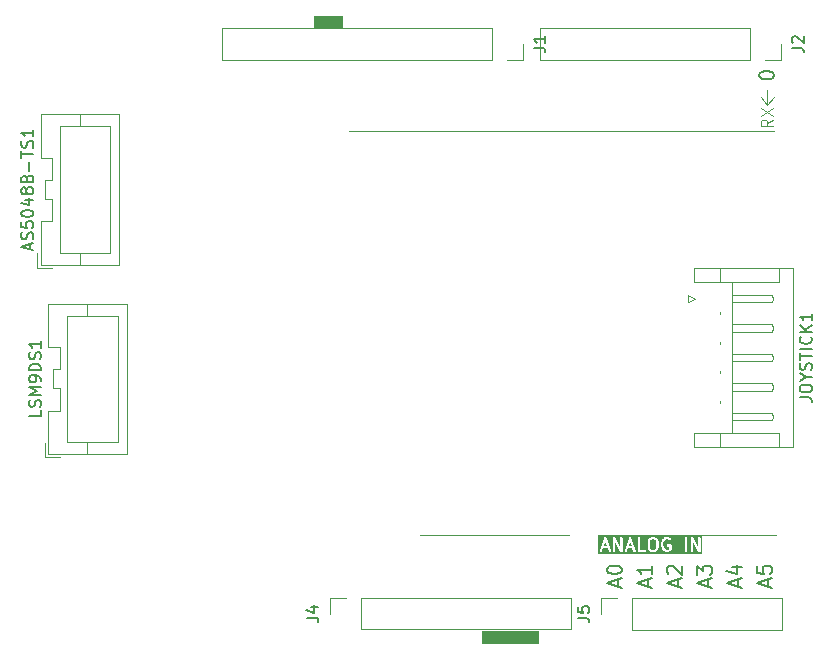
<source format=gbr>
%TF.GenerationSoftware,KiCad,Pcbnew,8.0.7*%
%TF.CreationDate,2025-05-16T10:15:14+02:00*%
%TF.ProjectId,PROJETPCB,50524f4a-4554-4504-9342-2e6b69636164,rev?*%
%TF.SameCoordinates,Original*%
%TF.FileFunction,Legend,Top*%
%TF.FilePolarity,Positive*%
%FSLAX46Y46*%
G04 Gerber Fmt 4.6, Leading zero omitted, Abs format (unit mm)*
G04 Created by KiCad (PCBNEW 8.0.7) date 2025-05-16 10:15:14*
%MOMM*%
%LPD*%
G01*
G04 APERTURE LIST*
%ADD10C,0.100000*%
%ADD11C,0.200000*%
%ADD12C,0.150000*%
%ADD13C,0.120000*%
G04 APERTURE END LIST*
D10*
X227971399Y-87232467D02*
X242971399Y-87232467D01*
X242202399Y-49538867D02*
X242202399Y-50758067D01*
X218050999Y-95326123D02*
X222826199Y-95326123D01*
X222826199Y-96326123D01*
X218050999Y-96326123D01*
X218050999Y-95326123D01*
G36*
X218050999Y-95326123D02*
G01*
X222826199Y-95326123D01*
X222826199Y-96326123D01*
X218050999Y-96326123D01*
X218050999Y-95326123D01*
G37*
X242202399Y-50758067D02*
X242758410Y-50095439D01*
X206782399Y-52984467D02*
X242782399Y-52984467D01*
X242202399Y-50758067D02*
X241646388Y-50095439D01*
X203873799Y-43290467D02*
X206173799Y-43290467D01*
X206173799Y-44290467D01*
X203873799Y-44290467D01*
X203873799Y-43290467D01*
G36*
X203873799Y-43290467D02*
G01*
X206173799Y-43290467D01*
X206173799Y-44290467D01*
X203873799Y-44290467D01*
X203873799Y-43290467D01*
G37*
X212838399Y-87232467D02*
X225438399Y-87232467D01*
D11*
G36*
X232694025Y-87594013D02*
G01*
X232767728Y-87667716D01*
X232810405Y-87838423D01*
X232810405Y-88180471D01*
X232767728Y-88351178D01*
X232694025Y-88424881D01*
X232624893Y-88459447D01*
X232462583Y-88459447D01*
X232393450Y-88424881D01*
X232319748Y-88351179D01*
X232277071Y-88180471D01*
X232277071Y-87838424D01*
X232319748Y-87667716D01*
X232393451Y-87594013D01*
X232462583Y-87559447D01*
X232624893Y-87559447D01*
X232694025Y-87594013D01*
G37*
G36*
X228633568Y-88145162D02*
G01*
X228387242Y-88145162D01*
X228510405Y-87775673D01*
X228633568Y-88145162D01*
G37*
G36*
X230728806Y-88145162D02*
G01*
X230482480Y-88145162D01*
X230605643Y-87775673D01*
X230728806Y-88145162D01*
G37*
G36*
X236694532Y-88781669D02*
G01*
X227922301Y-88781669D01*
X227922301Y-88546940D01*
X228044523Y-88546940D01*
X228047289Y-88585860D01*
X228064739Y-88620758D01*
X228094215Y-88646324D01*
X228131231Y-88658662D01*
X228170151Y-88655896D01*
X228205049Y-88638446D01*
X228230615Y-88608970D01*
X228238606Y-88591070D01*
X228320575Y-88345162D01*
X228700235Y-88345162D01*
X228782204Y-88591070D01*
X228790195Y-88608970D01*
X228815761Y-88638446D01*
X228850659Y-88655896D01*
X228889579Y-88658662D01*
X228926595Y-88646324D01*
X228956071Y-88620759D01*
X228973521Y-88585860D01*
X228976287Y-88546940D01*
X228971940Y-88527824D01*
X228615814Y-87459447D01*
X229143738Y-87459447D01*
X229143738Y-88559447D01*
X229145659Y-88578956D01*
X229160591Y-88615004D01*
X229188181Y-88642594D01*
X229224229Y-88657526D01*
X229263247Y-88657526D01*
X229299295Y-88642594D01*
X229326885Y-88615004D01*
X229341817Y-88578956D01*
X229343738Y-88559447D01*
X229343738Y-87836002D01*
X229785486Y-88609061D01*
X229788404Y-88613172D01*
X229789163Y-88615004D01*
X229791028Y-88616869D01*
X229796833Y-88625047D01*
X229807352Y-88633193D01*
X229816753Y-88642594D01*
X229822640Y-88645032D01*
X229827682Y-88648937D01*
X229840514Y-88652436D01*
X229852801Y-88657526D01*
X229859177Y-88657526D01*
X229865326Y-88659203D01*
X229878519Y-88657526D01*
X229891819Y-88657526D01*
X229897706Y-88655087D01*
X229904033Y-88654283D01*
X229915587Y-88647680D01*
X229927867Y-88642594D01*
X229932370Y-88638090D01*
X229937910Y-88634925D01*
X229946058Y-88624402D01*
X229955457Y-88615004D01*
X229957895Y-88609116D01*
X229961800Y-88604075D01*
X229965299Y-88591242D01*
X229970389Y-88578956D01*
X229971371Y-88568978D01*
X229972066Y-88566432D01*
X229971815Y-88564464D01*
X229972310Y-88559447D01*
X229972310Y-88546940D01*
X230139761Y-88546940D01*
X230142527Y-88585860D01*
X230159977Y-88620758D01*
X230189453Y-88646324D01*
X230226469Y-88658662D01*
X230265389Y-88655896D01*
X230300287Y-88638446D01*
X230325853Y-88608970D01*
X230333844Y-88591070D01*
X230415813Y-88345162D01*
X230795473Y-88345162D01*
X230877442Y-88591070D01*
X230885433Y-88608970D01*
X230910999Y-88638446D01*
X230945897Y-88655896D01*
X230984817Y-88658662D01*
X231021833Y-88646324D01*
X231051309Y-88620759D01*
X231068759Y-88585860D01*
X231071525Y-88546940D01*
X231067178Y-88527824D01*
X230711052Y-87459447D01*
X231238976Y-87459447D01*
X231238976Y-88559447D01*
X231240897Y-88578956D01*
X231255829Y-88615004D01*
X231283419Y-88642594D01*
X231319467Y-88657526D01*
X231338976Y-88659447D01*
X231862786Y-88659447D01*
X231882295Y-88657526D01*
X231918343Y-88642594D01*
X231945933Y-88615004D01*
X231960865Y-88578956D01*
X231960865Y-88539938D01*
X231945933Y-88503890D01*
X231918343Y-88476300D01*
X231882295Y-88461368D01*
X231862786Y-88459447D01*
X231438976Y-88459447D01*
X231438976Y-87826114D01*
X232077071Y-87826114D01*
X232077071Y-88192781D01*
X232077406Y-88196183D01*
X232077189Y-88197642D01*
X232078268Y-88204939D01*
X232078992Y-88212290D01*
X232079556Y-88213653D01*
X232080057Y-88217035D01*
X232132438Y-88426558D01*
X232139033Y-88445019D01*
X232143459Y-88450993D01*
X232146305Y-88457862D01*
X232158741Y-88473016D01*
X232263503Y-88577778D01*
X232271172Y-88584072D01*
X232272903Y-88586067D01*
X232275910Y-88587960D01*
X232278657Y-88590214D01*
X232281096Y-88591224D01*
X232289493Y-88596510D01*
X232394255Y-88648890D01*
X232412564Y-88655896D01*
X232416146Y-88656150D01*
X232419467Y-88657526D01*
X232438976Y-88659447D01*
X232648500Y-88659447D01*
X232668009Y-88657526D01*
X232671329Y-88656150D01*
X232674912Y-88655896D01*
X232693221Y-88648890D01*
X232797983Y-88596510D01*
X232806379Y-88591224D01*
X232808819Y-88590214D01*
X232811565Y-88587960D01*
X232814573Y-88586067D01*
X232816303Y-88584072D01*
X232823973Y-88577778D01*
X232928735Y-88473016D01*
X232941171Y-88457862D01*
X232944016Y-88450993D01*
X232948443Y-88445019D01*
X232955038Y-88426559D01*
X233007419Y-88217035D01*
X233007919Y-88213653D01*
X233008484Y-88212290D01*
X233009207Y-88204941D01*
X233010287Y-88197643D01*
X233010069Y-88196184D01*
X233010405Y-88192781D01*
X233010405Y-87930876D01*
X233229452Y-87930876D01*
X233229452Y-88088019D01*
X233229787Y-88091421D01*
X233229570Y-88092880D01*
X233230649Y-88100177D01*
X233231373Y-88107528D01*
X233231937Y-88108891D01*
X233232438Y-88112273D01*
X233284819Y-88321796D01*
X233285332Y-88323233D01*
X233285384Y-88323956D01*
X233288492Y-88332080D01*
X233291414Y-88340257D01*
X233291844Y-88340837D01*
X233292390Y-88342264D01*
X233344771Y-88447026D01*
X233350056Y-88455422D01*
X233351067Y-88457862D01*
X233353320Y-88460608D01*
X233355214Y-88463616D01*
X233357208Y-88465345D01*
X233363503Y-88473016D01*
X233468265Y-88577778D01*
X233483419Y-88590214D01*
X233486737Y-88591588D01*
X233489453Y-88593944D01*
X233507354Y-88601936D01*
X233664497Y-88654316D01*
X233674169Y-88656515D01*
X233676610Y-88657526D01*
X233680147Y-88657874D01*
X233683612Y-88658662D01*
X233686245Y-88658474D01*
X233696119Y-88659447D01*
X233800881Y-88659447D01*
X233810754Y-88658474D01*
X233813388Y-88658662D01*
X233816852Y-88657874D01*
X233820390Y-88657526D01*
X233822830Y-88656515D01*
X233832503Y-88654316D01*
X233989646Y-88601935D01*
X234007547Y-88593944D01*
X234010262Y-88591588D01*
X234013581Y-88590214D01*
X234028735Y-88577778D01*
X234081116Y-88525397D01*
X234093552Y-88510243D01*
X234108484Y-88474195D01*
X234110405Y-88454686D01*
X234110405Y-88088019D01*
X234108484Y-88068510D01*
X234093552Y-88032462D01*
X234065962Y-88004872D01*
X234029914Y-87989940D01*
X234010405Y-87988019D01*
X233800881Y-87988019D01*
X233781372Y-87989940D01*
X233745324Y-88004872D01*
X233717734Y-88032462D01*
X233702802Y-88068510D01*
X233702802Y-88107528D01*
X233717734Y-88143576D01*
X233745324Y-88171166D01*
X233781372Y-88186098D01*
X233800881Y-88188019D01*
X233910405Y-88188019D01*
X233910405Y-88413264D01*
X233904005Y-88419663D01*
X233784652Y-88459447D01*
X233712345Y-88459447D01*
X233592994Y-88419663D01*
X233516399Y-88343068D01*
X233476184Y-88262638D01*
X233429452Y-88075709D01*
X233429452Y-87943186D01*
X233476184Y-87756256D01*
X233516399Y-87675826D01*
X233592995Y-87599230D01*
X233712346Y-87559447D01*
X233829655Y-87559447D01*
X233913302Y-87601271D01*
X233931611Y-87608277D01*
X233970531Y-87611043D01*
X234007547Y-87598704D01*
X234037023Y-87573139D01*
X234054473Y-87538241D01*
X234057238Y-87499321D01*
X234044900Y-87462305D01*
X234042421Y-87459447D01*
X235219928Y-87459447D01*
X235219928Y-88559447D01*
X235221849Y-88578956D01*
X235236781Y-88615004D01*
X235264371Y-88642594D01*
X235300419Y-88657526D01*
X235339437Y-88657526D01*
X235375485Y-88642594D01*
X235403075Y-88615004D01*
X235418007Y-88578956D01*
X235419928Y-88559447D01*
X235419928Y-87459447D01*
X235743738Y-87459447D01*
X235743738Y-88559447D01*
X235745659Y-88578956D01*
X235760591Y-88615004D01*
X235788181Y-88642594D01*
X235824229Y-88657526D01*
X235863247Y-88657526D01*
X235899295Y-88642594D01*
X235926885Y-88615004D01*
X235941817Y-88578956D01*
X235943738Y-88559447D01*
X235943738Y-87836002D01*
X236385486Y-88609061D01*
X236388404Y-88613172D01*
X236389163Y-88615004D01*
X236391028Y-88616869D01*
X236396833Y-88625047D01*
X236407352Y-88633193D01*
X236416753Y-88642594D01*
X236422640Y-88645032D01*
X236427682Y-88648937D01*
X236440514Y-88652436D01*
X236452801Y-88657526D01*
X236459177Y-88657526D01*
X236465326Y-88659203D01*
X236478519Y-88657526D01*
X236491819Y-88657526D01*
X236497706Y-88655087D01*
X236504033Y-88654283D01*
X236515587Y-88647680D01*
X236527867Y-88642594D01*
X236532370Y-88638090D01*
X236537910Y-88634925D01*
X236546058Y-88624402D01*
X236555457Y-88615004D01*
X236557895Y-88609116D01*
X236561800Y-88604075D01*
X236565299Y-88591242D01*
X236570389Y-88578956D01*
X236571371Y-88568978D01*
X236572066Y-88566432D01*
X236571815Y-88564464D01*
X236572310Y-88559447D01*
X236572310Y-87459447D01*
X236570389Y-87439938D01*
X236555457Y-87403890D01*
X236527867Y-87376300D01*
X236491819Y-87361368D01*
X236452801Y-87361368D01*
X236416753Y-87376300D01*
X236389163Y-87403890D01*
X236374231Y-87439938D01*
X236372310Y-87459447D01*
X236372310Y-88182890D01*
X235930562Y-87409833D01*
X235927643Y-87405722D01*
X235926885Y-87403890D01*
X235925018Y-87402023D01*
X235919215Y-87393848D01*
X235908700Y-87385705D01*
X235899295Y-87376300D01*
X235893404Y-87373860D01*
X235888366Y-87369958D01*
X235875538Y-87366459D01*
X235863247Y-87361368D01*
X235856871Y-87361368D01*
X235850722Y-87359691D01*
X235837529Y-87361368D01*
X235824229Y-87361368D01*
X235818340Y-87363807D01*
X235812016Y-87364611D01*
X235800466Y-87371211D01*
X235788181Y-87376300D01*
X235783673Y-87380807D01*
X235778139Y-87383970D01*
X235769996Y-87394484D01*
X235760591Y-87403890D01*
X235758151Y-87409780D01*
X235754249Y-87414819D01*
X235750750Y-87427646D01*
X235745659Y-87439938D01*
X235744676Y-87449917D01*
X235743982Y-87452463D01*
X235744232Y-87454429D01*
X235743738Y-87459447D01*
X235419928Y-87459447D01*
X235418007Y-87439938D01*
X235403075Y-87403890D01*
X235375485Y-87376300D01*
X235339437Y-87361368D01*
X235300419Y-87361368D01*
X235264371Y-87376300D01*
X235236781Y-87403890D01*
X235221849Y-87439938D01*
X235219928Y-87459447D01*
X234042421Y-87459447D01*
X234019335Y-87432828D01*
X234002745Y-87422385D01*
X233897983Y-87370004D01*
X233879675Y-87362998D01*
X233876091Y-87362743D01*
X233872771Y-87361368D01*
X233853262Y-87359447D01*
X233696119Y-87359447D01*
X233686245Y-87360419D01*
X233683611Y-87360232D01*
X233680147Y-87361019D01*
X233676610Y-87361368D01*
X233674168Y-87362379D01*
X233664496Y-87364579D01*
X233507353Y-87416960D01*
X233489453Y-87424951D01*
X233486737Y-87427306D01*
X233483419Y-87428681D01*
X233468265Y-87441117D01*
X233363503Y-87545879D01*
X233357208Y-87553549D01*
X233355214Y-87555279D01*
X233353320Y-87558286D01*
X233351067Y-87561033D01*
X233350056Y-87563472D01*
X233344771Y-87571869D01*
X233292390Y-87676631D01*
X233291844Y-87678057D01*
X233291414Y-87678638D01*
X233288492Y-87686814D01*
X233285384Y-87694939D01*
X233285332Y-87695661D01*
X233284819Y-87697099D01*
X233232438Y-87906622D01*
X233231937Y-87910003D01*
X233231373Y-87911367D01*
X233230649Y-87918717D01*
X233229570Y-87926015D01*
X233229787Y-87927473D01*
X233229452Y-87930876D01*
X233010405Y-87930876D01*
X233010405Y-87826114D01*
X233010069Y-87822710D01*
X233010287Y-87821252D01*
X233009207Y-87813953D01*
X233008484Y-87806605D01*
X233007919Y-87805241D01*
X233007419Y-87801860D01*
X232955038Y-87592336D01*
X232948443Y-87573876D01*
X232944016Y-87567901D01*
X232941171Y-87561033D01*
X232928735Y-87545879D01*
X232823973Y-87441117D01*
X232816302Y-87434822D01*
X232814573Y-87432828D01*
X232811565Y-87430934D01*
X232808819Y-87428681D01*
X232806379Y-87427670D01*
X232797983Y-87422385D01*
X232693221Y-87370004D01*
X232674913Y-87362998D01*
X232671329Y-87362743D01*
X232668009Y-87361368D01*
X232648500Y-87359447D01*
X232438976Y-87359447D01*
X232419467Y-87361368D01*
X232416146Y-87362743D01*
X232412563Y-87362998D01*
X232394254Y-87370004D01*
X232289493Y-87422385D01*
X232281094Y-87427671D01*
X232278657Y-87428681D01*
X232275913Y-87430932D01*
X232272902Y-87432828D01*
X232271169Y-87434825D01*
X232263503Y-87441117D01*
X232158741Y-87545879D01*
X232146305Y-87561033D01*
X232143459Y-87567901D01*
X232139033Y-87573876D01*
X232132438Y-87592337D01*
X232080057Y-87801860D01*
X232079556Y-87805241D01*
X232078992Y-87806605D01*
X232078268Y-87813955D01*
X232077189Y-87821253D01*
X232077406Y-87822711D01*
X232077071Y-87826114D01*
X231438976Y-87826114D01*
X231438976Y-87459447D01*
X231437055Y-87439938D01*
X231422123Y-87403890D01*
X231394533Y-87376300D01*
X231358485Y-87361368D01*
X231319467Y-87361368D01*
X231283419Y-87376300D01*
X231255829Y-87403890D01*
X231240897Y-87439938D01*
X231238976Y-87459447D01*
X230711052Y-87459447D01*
X230700511Y-87427824D01*
X230692520Y-87409924D01*
X230687836Y-87404524D01*
X230684642Y-87398135D01*
X230675167Y-87389917D01*
X230666954Y-87380448D01*
X230660566Y-87377254D01*
X230655166Y-87372570D01*
X230643267Y-87368604D01*
X230632056Y-87362998D01*
X230624928Y-87362491D01*
X230618150Y-87360232D01*
X230605643Y-87361120D01*
X230593136Y-87360232D01*
X230586357Y-87362491D01*
X230579230Y-87362998D01*
X230568018Y-87368604D01*
X230556120Y-87372570D01*
X230550719Y-87377253D01*
X230544332Y-87380448D01*
X230536116Y-87389920D01*
X230526644Y-87398136D01*
X230523449Y-87404523D01*
X230518766Y-87409924D01*
X230510775Y-87427824D01*
X230144108Y-88527824D01*
X230139761Y-88546940D01*
X229972310Y-88546940D01*
X229972310Y-87459447D01*
X229970389Y-87439938D01*
X229955457Y-87403890D01*
X229927867Y-87376300D01*
X229891819Y-87361368D01*
X229852801Y-87361368D01*
X229816753Y-87376300D01*
X229789163Y-87403890D01*
X229774231Y-87439938D01*
X229772310Y-87459447D01*
X229772310Y-88182890D01*
X229330562Y-87409833D01*
X229327643Y-87405722D01*
X229326885Y-87403890D01*
X229325018Y-87402023D01*
X229319215Y-87393848D01*
X229308700Y-87385705D01*
X229299295Y-87376300D01*
X229293404Y-87373860D01*
X229288366Y-87369958D01*
X229275538Y-87366459D01*
X229263247Y-87361368D01*
X229256871Y-87361368D01*
X229250722Y-87359691D01*
X229237529Y-87361368D01*
X229224229Y-87361368D01*
X229218340Y-87363807D01*
X229212016Y-87364611D01*
X229200466Y-87371211D01*
X229188181Y-87376300D01*
X229183673Y-87380807D01*
X229178139Y-87383970D01*
X229169996Y-87394484D01*
X229160591Y-87403890D01*
X229158151Y-87409780D01*
X229154249Y-87414819D01*
X229150750Y-87427646D01*
X229145659Y-87439938D01*
X229144676Y-87449917D01*
X229143982Y-87452463D01*
X229144232Y-87454429D01*
X229143738Y-87459447D01*
X228615814Y-87459447D01*
X228605273Y-87427824D01*
X228597282Y-87409924D01*
X228592598Y-87404524D01*
X228589404Y-87398135D01*
X228579929Y-87389917D01*
X228571716Y-87380448D01*
X228565328Y-87377254D01*
X228559928Y-87372570D01*
X228548029Y-87368604D01*
X228536818Y-87362998D01*
X228529690Y-87362491D01*
X228522912Y-87360232D01*
X228510405Y-87361120D01*
X228497898Y-87360232D01*
X228491119Y-87362491D01*
X228483992Y-87362998D01*
X228472780Y-87368604D01*
X228460882Y-87372570D01*
X228455481Y-87377253D01*
X228449094Y-87380448D01*
X228440878Y-87389920D01*
X228431406Y-87398136D01*
X228428211Y-87404523D01*
X228423528Y-87409924D01*
X228415537Y-87427824D01*
X228048870Y-88527824D01*
X228044523Y-88546940D01*
X227922301Y-88546940D01*
X227922301Y-87237225D01*
X236694532Y-87237225D01*
X236694532Y-88781669D01*
G37*
D10*
X242674818Y-52029154D02*
X242198627Y-52362487D01*
X242674818Y-52600582D02*
X241674818Y-52600582D01*
X241674818Y-52600582D02*
X241674818Y-52219630D01*
X241674818Y-52219630D02*
X241722437Y-52124392D01*
X241722437Y-52124392D02*
X241770056Y-52076773D01*
X241770056Y-52076773D02*
X241865294Y-52029154D01*
X241865294Y-52029154D02*
X242008151Y-52029154D01*
X242008151Y-52029154D02*
X242103389Y-52076773D01*
X242103389Y-52076773D02*
X242151008Y-52124392D01*
X242151008Y-52124392D02*
X242198627Y-52219630D01*
X242198627Y-52219630D02*
X242198627Y-52600582D01*
X241674818Y-51695820D02*
X242674818Y-51029154D01*
X241674818Y-51029154D02*
X242674818Y-51695820D01*
D11*
X239701879Y-91584793D02*
X239701879Y-90989555D01*
X240059022Y-91703841D02*
X238809022Y-91287174D01*
X238809022Y-91287174D02*
X240059022Y-90870508D01*
X239225689Y-89918126D02*
X240059022Y-89918126D01*
X238749499Y-90215745D02*
X239642356Y-90513364D01*
X239642356Y-90513364D02*
X239642356Y-89739555D01*
X234621879Y-91584793D02*
X234621879Y-90989555D01*
X234979022Y-91703841D02*
X233729022Y-91287174D01*
X233729022Y-91287174D02*
X234979022Y-90870508D01*
X233848070Y-90513364D02*
X233788546Y-90453840D01*
X233788546Y-90453840D02*
X233729022Y-90334793D01*
X233729022Y-90334793D02*
X233729022Y-90037174D01*
X233729022Y-90037174D02*
X233788546Y-89918126D01*
X233788546Y-89918126D02*
X233848070Y-89858602D01*
X233848070Y-89858602D02*
X233967118Y-89799079D01*
X233967118Y-89799079D02*
X234086165Y-89799079D01*
X234086165Y-89799079D02*
X234264737Y-89858602D01*
X234264737Y-89858602D02*
X234979022Y-90572888D01*
X234979022Y-90572888D02*
X234979022Y-89799079D01*
X229541879Y-91584793D02*
X229541879Y-90989555D01*
X229899022Y-91703841D02*
X228649022Y-91287174D01*
X228649022Y-91287174D02*
X229899022Y-90870508D01*
X228649022Y-90215745D02*
X228649022Y-90096698D01*
X228649022Y-90096698D02*
X228708546Y-89977650D01*
X228708546Y-89977650D02*
X228768070Y-89918126D01*
X228768070Y-89918126D02*
X228887118Y-89858602D01*
X228887118Y-89858602D02*
X229125213Y-89799079D01*
X229125213Y-89799079D02*
X229422832Y-89799079D01*
X229422832Y-89799079D02*
X229660927Y-89858602D01*
X229660927Y-89858602D02*
X229779975Y-89918126D01*
X229779975Y-89918126D02*
X229839499Y-89977650D01*
X229839499Y-89977650D02*
X229899022Y-90096698D01*
X229899022Y-90096698D02*
X229899022Y-90215745D01*
X229899022Y-90215745D02*
X229839499Y-90334793D01*
X229839499Y-90334793D02*
X229779975Y-90394317D01*
X229779975Y-90394317D02*
X229660927Y-90453840D01*
X229660927Y-90453840D02*
X229422832Y-90513364D01*
X229422832Y-90513364D02*
X229125213Y-90513364D01*
X229125213Y-90513364D02*
X228887118Y-90453840D01*
X228887118Y-90453840D02*
X228768070Y-90394317D01*
X228768070Y-90394317D02*
X228708546Y-90334793D01*
X228708546Y-90334793D02*
X228649022Y-90215745D01*
X242241879Y-91584793D02*
X242241879Y-90989555D01*
X242599022Y-91703841D02*
X241349022Y-91287174D01*
X241349022Y-91287174D02*
X242599022Y-90870508D01*
X241349022Y-89858602D02*
X241349022Y-90453840D01*
X241349022Y-90453840D02*
X241944260Y-90513364D01*
X241944260Y-90513364D02*
X241884737Y-90453840D01*
X241884737Y-90453840D02*
X241825213Y-90334793D01*
X241825213Y-90334793D02*
X241825213Y-90037174D01*
X241825213Y-90037174D02*
X241884737Y-89918126D01*
X241884737Y-89918126D02*
X241944260Y-89858602D01*
X241944260Y-89858602D02*
X242063308Y-89799079D01*
X242063308Y-89799079D02*
X242360927Y-89799079D01*
X242360927Y-89799079D02*
X242479975Y-89858602D01*
X242479975Y-89858602D02*
X242539499Y-89918126D01*
X242539499Y-89918126D02*
X242599022Y-90037174D01*
X242599022Y-90037174D02*
X242599022Y-90334793D01*
X242599022Y-90334793D02*
X242539499Y-90453840D01*
X242539499Y-90453840D02*
X242479975Y-90513364D01*
X232081879Y-91584793D02*
X232081879Y-90989555D01*
X232439022Y-91703841D02*
X231189022Y-91287174D01*
X231189022Y-91287174D02*
X232439022Y-90870508D01*
X232439022Y-89799079D02*
X232439022Y-90513364D01*
X232439022Y-90156221D02*
X231189022Y-90156221D01*
X231189022Y-90156221D02*
X231367594Y-90275269D01*
X231367594Y-90275269D02*
X231486641Y-90394317D01*
X231486641Y-90394317D02*
X231546165Y-90513364D01*
X237161879Y-91584793D02*
X237161879Y-90989555D01*
X237519022Y-91703841D02*
X236269022Y-91287174D01*
X236269022Y-91287174D02*
X237519022Y-90870508D01*
X236269022Y-90572888D02*
X236269022Y-89799079D01*
X236269022Y-89799079D02*
X236745213Y-90215745D01*
X236745213Y-90215745D02*
X236745213Y-90037174D01*
X236745213Y-90037174D02*
X236804737Y-89918126D01*
X236804737Y-89918126D02*
X236864260Y-89858602D01*
X236864260Y-89858602D02*
X236983308Y-89799079D01*
X236983308Y-89799079D02*
X237280927Y-89799079D01*
X237280927Y-89799079D02*
X237399975Y-89858602D01*
X237399975Y-89858602D02*
X237459499Y-89918126D01*
X237459499Y-89918126D02*
X237519022Y-90037174D01*
X237519022Y-90037174D02*
X237519022Y-90394317D01*
X237519022Y-90394317D02*
X237459499Y-90513364D01*
X237459499Y-90513364D02*
X237399975Y-90572888D01*
X241539022Y-48337174D02*
X241539022Y-48218127D01*
X241539022Y-48218127D02*
X241598546Y-48099079D01*
X241598546Y-48099079D02*
X241658070Y-48039555D01*
X241658070Y-48039555D02*
X241777118Y-47980031D01*
X241777118Y-47980031D02*
X242015213Y-47920508D01*
X242015213Y-47920508D02*
X242312832Y-47920508D01*
X242312832Y-47920508D02*
X242550927Y-47980031D01*
X242550927Y-47980031D02*
X242669975Y-48039555D01*
X242669975Y-48039555D02*
X242729499Y-48099079D01*
X242729499Y-48099079D02*
X242789022Y-48218127D01*
X242789022Y-48218127D02*
X242789022Y-48337174D01*
X242789022Y-48337174D02*
X242729499Y-48456222D01*
X242729499Y-48456222D02*
X242669975Y-48515746D01*
X242669975Y-48515746D02*
X242550927Y-48575269D01*
X242550927Y-48575269D02*
X242312832Y-48634793D01*
X242312832Y-48634793D02*
X242015213Y-48634793D01*
X242015213Y-48634793D02*
X241777118Y-48575269D01*
X241777118Y-48575269D02*
X241658070Y-48515746D01*
X241658070Y-48515746D02*
X241598546Y-48456222D01*
X241598546Y-48456222D02*
X241539022Y-48337174D01*
D12*
X222424819Y-45958333D02*
X223139104Y-45958333D01*
X223139104Y-45958333D02*
X223281961Y-46005952D01*
X223281961Y-46005952D02*
X223377200Y-46101190D01*
X223377200Y-46101190D02*
X223424819Y-46244047D01*
X223424819Y-46244047D02*
X223424819Y-46339285D01*
X223424819Y-44958333D02*
X223424819Y-45529761D01*
X223424819Y-45244047D02*
X222424819Y-45244047D01*
X222424819Y-45244047D02*
X222567676Y-45339285D01*
X222567676Y-45339285D02*
X222662914Y-45434523D01*
X222662914Y-45434523D02*
X222710533Y-45529761D01*
X244971819Y-75563952D02*
X245686104Y-75563952D01*
X245686104Y-75563952D02*
X245828961Y-75611571D01*
X245828961Y-75611571D02*
X245924200Y-75706809D01*
X245924200Y-75706809D02*
X245971819Y-75849666D01*
X245971819Y-75849666D02*
X245971819Y-75944904D01*
X244971819Y-74897285D02*
X244971819Y-74706809D01*
X244971819Y-74706809D02*
X245019438Y-74611571D01*
X245019438Y-74611571D02*
X245114676Y-74516333D01*
X245114676Y-74516333D02*
X245305152Y-74468714D01*
X245305152Y-74468714D02*
X245638485Y-74468714D01*
X245638485Y-74468714D02*
X245828961Y-74516333D01*
X245828961Y-74516333D02*
X245924200Y-74611571D01*
X245924200Y-74611571D02*
X245971819Y-74706809D01*
X245971819Y-74706809D02*
X245971819Y-74897285D01*
X245971819Y-74897285D02*
X245924200Y-74992523D01*
X245924200Y-74992523D02*
X245828961Y-75087761D01*
X245828961Y-75087761D02*
X245638485Y-75135380D01*
X245638485Y-75135380D02*
X245305152Y-75135380D01*
X245305152Y-75135380D02*
X245114676Y-75087761D01*
X245114676Y-75087761D02*
X245019438Y-74992523D01*
X245019438Y-74992523D02*
X244971819Y-74897285D01*
X245495628Y-73849666D02*
X245971819Y-73849666D01*
X244971819Y-74182999D02*
X245495628Y-73849666D01*
X245495628Y-73849666D02*
X244971819Y-73516333D01*
X245924200Y-73230618D02*
X245971819Y-73087761D01*
X245971819Y-73087761D02*
X245971819Y-72849666D01*
X245971819Y-72849666D02*
X245924200Y-72754428D01*
X245924200Y-72754428D02*
X245876580Y-72706809D01*
X245876580Y-72706809D02*
X245781342Y-72659190D01*
X245781342Y-72659190D02*
X245686104Y-72659190D01*
X245686104Y-72659190D02*
X245590866Y-72706809D01*
X245590866Y-72706809D02*
X245543247Y-72754428D01*
X245543247Y-72754428D02*
X245495628Y-72849666D01*
X245495628Y-72849666D02*
X245448009Y-73040142D01*
X245448009Y-73040142D02*
X245400390Y-73135380D01*
X245400390Y-73135380D02*
X245352771Y-73182999D01*
X245352771Y-73182999D02*
X245257533Y-73230618D01*
X245257533Y-73230618D02*
X245162295Y-73230618D01*
X245162295Y-73230618D02*
X245067057Y-73182999D01*
X245067057Y-73182999D02*
X245019438Y-73135380D01*
X245019438Y-73135380D02*
X244971819Y-73040142D01*
X244971819Y-73040142D02*
X244971819Y-72802047D01*
X244971819Y-72802047D02*
X245019438Y-72659190D01*
X244971819Y-72373475D02*
X244971819Y-71802047D01*
X245971819Y-72087761D02*
X244971819Y-72087761D01*
X245971819Y-71468713D02*
X244971819Y-71468713D01*
X245876580Y-70421095D02*
X245924200Y-70468714D01*
X245924200Y-70468714D02*
X245971819Y-70611571D01*
X245971819Y-70611571D02*
X245971819Y-70706809D01*
X245971819Y-70706809D02*
X245924200Y-70849666D01*
X245924200Y-70849666D02*
X245828961Y-70944904D01*
X245828961Y-70944904D02*
X245733723Y-70992523D01*
X245733723Y-70992523D02*
X245543247Y-71040142D01*
X245543247Y-71040142D02*
X245400390Y-71040142D01*
X245400390Y-71040142D02*
X245209914Y-70992523D01*
X245209914Y-70992523D02*
X245114676Y-70944904D01*
X245114676Y-70944904D02*
X245019438Y-70849666D01*
X245019438Y-70849666D02*
X244971819Y-70706809D01*
X244971819Y-70706809D02*
X244971819Y-70611571D01*
X244971819Y-70611571D02*
X245019438Y-70468714D01*
X245019438Y-70468714D02*
X245067057Y-70421095D01*
X245971819Y-69992523D02*
X244971819Y-69992523D01*
X245971819Y-69421095D02*
X245400390Y-69849666D01*
X244971819Y-69421095D02*
X245543247Y-69992523D01*
X245971819Y-68468714D02*
X245971819Y-69040142D01*
X245971819Y-68754428D02*
X244971819Y-68754428D01*
X244971819Y-68754428D02*
X245114676Y-68849666D01*
X245114676Y-68849666D02*
X245209914Y-68944904D01*
X245209914Y-68944904D02*
X245257533Y-69040142D01*
X226159819Y-94233333D02*
X226874104Y-94233333D01*
X226874104Y-94233333D02*
X227016961Y-94280952D01*
X227016961Y-94280952D02*
X227112200Y-94376190D01*
X227112200Y-94376190D02*
X227159819Y-94519047D01*
X227159819Y-94519047D02*
X227159819Y-94614285D01*
X226159819Y-93280952D02*
X226159819Y-93757142D01*
X226159819Y-93757142D02*
X226636009Y-93804761D01*
X226636009Y-93804761D02*
X226588390Y-93757142D01*
X226588390Y-93757142D02*
X226540771Y-93661904D01*
X226540771Y-93661904D02*
X226540771Y-93423809D01*
X226540771Y-93423809D02*
X226588390Y-93328571D01*
X226588390Y-93328571D02*
X226636009Y-93280952D01*
X226636009Y-93280952D02*
X226731247Y-93233333D01*
X226731247Y-93233333D02*
X226969342Y-93233333D01*
X226969342Y-93233333D02*
X227064580Y-93280952D01*
X227064580Y-93280952D02*
X227112200Y-93328571D01*
X227112200Y-93328571D02*
X227159819Y-93423809D01*
X227159819Y-93423809D02*
X227159819Y-93661904D01*
X227159819Y-93661904D02*
X227112200Y-93757142D01*
X227112200Y-93757142D02*
X227064580Y-93804761D01*
X203209819Y-94208333D02*
X203924104Y-94208333D01*
X203924104Y-94208333D02*
X204066961Y-94255952D01*
X204066961Y-94255952D02*
X204162200Y-94351190D01*
X204162200Y-94351190D02*
X204209819Y-94494047D01*
X204209819Y-94494047D02*
X204209819Y-94589285D01*
X203543152Y-93303571D02*
X204209819Y-93303571D01*
X203162200Y-93541666D02*
X203876485Y-93779761D01*
X203876485Y-93779761D02*
X203876485Y-93160714D01*
X180712819Y-76647666D02*
X180712819Y-77123856D01*
X180712819Y-77123856D02*
X179712819Y-77123856D01*
X180665200Y-76361951D02*
X180712819Y-76219094D01*
X180712819Y-76219094D02*
X180712819Y-75980999D01*
X180712819Y-75980999D02*
X180665200Y-75885761D01*
X180665200Y-75885761D02*
X180617580Y-75838142D01*
X180617580Y-75838142D02*
X180522342Y-75790523D01*
X180522342Y-75790523D02*
X180427104Y-75790523D01*
X180427104Y-75790523D02*
X180331866Y-75838142D01*
X180331866Y-75838142D02*
X180284247Y-75885761D01*
X180284247Y-75885761D02*
X180236628Y-75980999D01*
X180236628Y-75980999D02*
X180189009Y-76171475D01*
X180189009Y-76171475D02*
X180141390Y-76266713D01*
X180141390Y-76266713D02*
X180093771Y-76314332D01*
X180093771Y-76314332D02*
X179998533Y-76361951D01*
X179998533Y-76361951D02*
X179903295Y-76361951D01*
X179903295Y-76361951D02*
X179808057Y-76314332D01*
X179808057Y-76314332D02*
X179760438Y-76266713D01*
X179760438Y-76266713D02*
X179712819Y-76171475D01*
X179712819Y-76171475D02*
X179712819Y-75933380D01*
X179712819Y-75933380D02*
X179760438Y-75790523D01*
X180712819Y-75361951D02*
X179712819Y-75361951D01*
X179712819Y-75361951D02*
X180427104Y-75028618D01*
X180427104Y-75028618D02*
X179712819Y-74695285D01*
X179712819Y-74695285D02*
X180712819Y-74695285D01*
X180712819Y-74171475D02*
X180712819Y-73980999D01*
X180712819Y-73980999D02*
X180665200Y-73885761D01*
X180665200Y-73885761D02*
X180617580Y-73838142D01*
X180617580Y-73838142D02*
X180474723Y-73742904D01*
X180474723Y-73742904D02*
X180284247Y-73695285D01*
X180284247Y-73695285D02*
X179903295Y-73695285D01*
X179903295Y-73695285D02*
X179808057Y-73742904D01*
X179808057Y-73742904D02*
X179760438Y-73790523D01*
X179760438Y-73790523D02*
X179712819Y-73885761D01*
X179712819Y-73885761D02*
X179712819Y-74076237D01*
X179712819Y-74076237D02*
X179760438Y-74171475D01*
X179760438Y-74171475D02*
X179808057Y-74219094D01*
X179808057Y-74219094D02*
X179903295Y-74266713D01*
X179903295Y-74266713D02*
X180141390Y-74266713D01*
X180141390Y-74266713D02*
X180236628Y-74219094D01*
X180236628Y-74219094D02*
X180284247Y-74171475D01*
X180284247Y-74171475D02*
X180331866Y-74076237D01*
X180331866Y-74076237D02*
X180331866Y-73885761D01*
X180331866Y-73885761D02*
X180284247Y-73790523D01*
X180284247Y-73790523D02*
X180236628Y-73742904D01*
X180236628Y-73742904D02*
X180141390Y-73695285D01*
X180712819Y-73266713D02*
X179712819Y-73266713D01*
X179712819Y-73266713D02*
X179712819Y-73028618D01*
X179712819Y-73028618D02*
X179760438Y-72885761D01*
X179760438Y-72885761D02*
X179855676Y-72790523D01*
X179855676Y-72790523D02*
X179950914Y-72742904D01*
X179950914Y-72742904D02*
X180141390Y-72695285D01*
X180141390Y-72695285D02*
X180284247Y-72695285D01*
X180284247Y-72695285D02*
X180474723Y-72742904D01*
X180474723Y-72742904D02*
X180569961Y-72790523D01*
X180569961Y-72790523D02*
X180665200Y-72885761D01*
X180665200Y-72885761D02*
X180712819Y-73028618D01*
X180712819Y-73028618D02*
X180712819Y-73266713D01*
X180665200Y-72314332D02*
X180712819Y-72171475D01*
X180712819Y-72171475D02*
X180712819Y-71933380D01*
X180712819Y-71933380D02*
X180665200Y-71838142D01*
X180665200Y-71838142D02*
X180617580Y-71790523D01*
X180617580Y-71790523D02*
X180522342Y-71742904D01*
X180522342Y-71742904D02*
X180427104Y-71742904D01*
X180427104Y-71742904D02*
X180331866Y-71790523D01*
X180331866Y-71790523D02*
X180284247Y-71838142D01*
X180284247Y-71838142D02*
X180236628Y-71933380D01*
X180236628Y-71933380D02*
X180189009Y-72123856D01*
X180189009Y-72123856D02*
X180141390Y-72219094D01*
X180141390Y-72219094D02*
X180093771Y-72266713D01*
X180093771Y-72266713D02*
X179998533Y-72314332D01*
X179998533Y-72314332D02*
X179903295Y-72314332D01*
X179903295Y-72314332D02*
X179808057Y-72266713D01*
X179808057Y-72266713D02*
X179760438Y-72219094D01*
X179760438Y-72219094D02*
X179712819Y-72123856D01*
X179712819Y-72123856D02*
X179712819Y-71885761D01*
X179712819Y-71885761D02*
X179760438Y-71742904D01*
X180712819Y-70790523D02*
X180712819Y-71361951D01*
X180712819Y-71076237D02*
X179712819Y-71076237D01*
X179712819Y-71076237D02*
X179855676Y-71171475D01*
X179855676Y-71171475D02*
X179950914Y-71266713D01*
X179950914Y-71266713D02*
X179998533Y-71361951D01*
X179769104Y-63021428D02*
X179769104Y-62545238D01*
X180054819Y-63116666D02*
X179054819Y-62783333D01*
X179054819Y-62783333D02*
X180054819Y-62450000D01*
X180007200Y-62164285D02*
X180054819Y-62021428D01*
X180054819Y-62021428D02*
X180054819Y-61783333D01*
X180054819Y-61783333D02*
X180007200Y-61688095D01*
X180007200Y-61688095D02*
X179959580Y-61640476D01*
X179959580Y-61640476D02*
X179864342Y-61592857D01*
X179864342Y-61592857D02*
X179769104Y-61592857D01*
X179769104Y-61592857D02*
X179673866Y-61640476D01*
X179673866Y-61640476D02*
X179626247Y-61688095D01*
X179626247Y-61688095D02*
X179578628Y-61783333D01*
X179578628Y-61783333D02*
X179531009Y-61973809D01*
X179531009Y-61973809D02*
X179483390Y-62069047D01*
X179483390Y-62069047D02*
X179435771Y-62116666D01*
X179435771Y-62116666D02*
X179340533Y-62164285D01*
X179340533Y-62164285D02*
X179245295Y-62164285D01*
X179245295Y-62164285D02*
X179150057Y-62116666D01*
X179150057Y-62116666D02*
X179102438Y-62069047D01*
X179102438Y-62069047D02*
X179054819Y-61973809D01*
X179054819Y-61973809D02*
X179054819Y-61735714D01*
X179054819Y-61735714D02*
X179102438Y-61592857D01*
X179054819Y-60688095D02*
X179054819Y-61164285D01*
X179054819Y-61164285D02*
X179531009Y-61211904D01*
X179531009Y-61211904D02*
X179483390Y-61164285D01*
X179483390Y-61164285D02*
X179435771Y-61069047D01*
X179435771Y-61069047D02*
X179435771Y-60830952D01*
X179435771Y-60830952D02*
X179483390Y-60735714D01*
X179483390Y-60735714D02*
X179531009Y-60688095D01*
X179531009Y-60688095D02*
X179626247Y-60640476D01*
X179626247Y-60640476D02*
X179864342Y-60640476D01*
X179864342Y-60640476D02*
X179959580Y-60688095D01*
X179959580Y-60688095D02*
X180007200Y-60735714D01*
X180007200Y-60735714D02*
X180054819Y-60830952D01*
X180054819Y-60830952D02*
X180054819Y-61069047D01*
X180054819Y-61069047D02*
X180007200Y-61164285D01*
X180007200Y-61164285D02*
X179959580Y-61211904D01*
X179054819Y-60021428D02*
X179054819Y-59926190D01*
X179054819Y-59926190D02*
X179102438Y-59830952D01*
X179102438Y-59830952D02*
X179150057Y-59783333D01*
X179150057Y-59783333D02*
X179245295Y-59735714D01*
X179245295Y-59735714D02*
X179435771Y-59688095D01*
X179435771Y-59688095D02*
X179673866Y-59688095D01*
X179673866Y-59688095D02*
X179864342Y-59735714D01*
X179864342Y-59735714D02*
X179959580Y-59783333D01*
X179959580Y-59783333D02*
X180007200Y-59830952D01*
X180007200Y-59830952D02*
X180054819Y-59926190D01*
X180054819Y-59926190D02*
X180054819Y-60021428D01*
X180054819Y-60021428D02*
X180007200Y-60116666D01*
X180007200Y-60116666D02*
X179959580Y-60164285D01*
X179959580Y-60164285D02*
X179864342Y-60211904D01*
X179864342Y-60211904D02*
X179673866Y-60259523D01*
X179673866Y-60259523D02*
X179435771Y-60259523D01*
X179435771Y-60259523D02*
X179245295Y-60211904D01*
X179245295Y-60211904D02*
X179150057Y-60164285D01*
X179150057Y-60164285D02*
X179102438Y-60116666D01*
X179102438Y-60116666D02*
X179054819Y-60021428D01*
X179388152Y-58830952D02*
X180054819Y-58830952D01*
X179007200Y-59069047D02*
X179721485Y-59307142D01*
X179721485Y-59307142D02*
X179721485Y-58688095D01*
X179483390Y-58164285D02*
X179435771Y-58259523D01*
X179435771Y-58259523D02*
X179388152Y-58307142D01*
X179388152Y-58307142D02*
X179292914Y-58354761D01*
X179292914Y-58354761D02*
X179245295Y-58354761D01*
X179245295Y-58354761D02*
X179150057Y-58307142D01*
X179150057Y-58307142D02*
X179102438Y-58259523D01*
X179102438Y-58259523D02*
X179054819Y-58164285D01*
X179054819Y-58164285D02*
X179054819Y-57973809D01*
X179054819Y-57973809D02*
X179102438Y-57878571D01*
X179102438Y-57878571D02*
X179150057Y-57830952D01*
X179150057Y-57830952D02*
X179245295Y-57783333D01*
X179245295Y-57783333D02*
X179292914Y-57783333D01*
X179292914Y-57783333D02*
X179388152Y-57830952D01*
X179388152Y-57830952D02*
X179435771Y-57878571D01*
X179435771Y-57878571D02*
X179483390Y-57973809D01*
X179483390Y-57973809D02*
X179483390Y-58164285D01*
X179483390Y-58164285D02*
X179531009Y-58259523D01*
X179531009Y-58259523D02*
X179578628Y-58307142D01*
X179578628Y-58307142D02*
X179673866Y-58354761D01*
X179673866Y-58354761D02*
X179864342Y-58354761D01*
X179864342Y-58354761D02*
X179959580Y-58307142D01*
X179959580Y-58307142D02*
X180007200Y-58259523D01*
X180007200Y-58259523D02*
X180054819Y-58164285D01*
X180054819Y-58164285D02*
X180054819Y-57973809D01*
X180054819Y-57973809D02*
X180007200Y-57878571D01*
X180007200Y-57878571D02*
X179959580Y-57830952D01*
X179959580Y-57830952D02*
X179864342Y-57783333D01*
X179864342Y-57783333D02*
X179673866Y-57783333D01*
X179673866Y-57783333D02*
X179578628Y-57830952D01*
X179578628Y-57830952D02*
X179531009Y-57878571D01*
X179531009Y-57878571D02*
X179483390Y-57973809D01*
X179531009Y-57021428D02*
X179578628Y-56878571D01*
X179578628Y-56878571D02*
X179626247Y-56830952D01*
X179626247Y-56830952D02*
X179721485Y-56783333D01*
X179721485Y-56783333D02*
X179864342Y-56783333D01*
X179864342Y-56783333D02*
X179959580Y-56830952D01*
X179959580Y-56830952D02*
X180007200Y-56878571D01*
X180007200Y-56878571D02*
X180054819Y-56973809D01*
X180054819Y-56973809D02*
X180054819Y-57354761D01*
X180054819Y-57354761D02*
X179054819Y-57354761D01*
X179054819Y-57354761D02*
X179054819Y-57021428D01*
X179054819Y-57021428D02*
X179102438Y-56926190D01*
X179102438Y-56926190D02*
X179150057Y-56878571D01*
X179150057Y-56878571D02*
X179245295Y-56830952D01*
X179245295Y-56830952D02*
X179340533Y-56830952D01*
X179340533Y-56830952D02*
X179435771Y-56878571D01*
X179435771Y-56878571D02*
X179483390Y-56926190D01*
X179483390Y-56926190D02*
X179531009Y-57021428D01*
X179531009Y-57021428D02*
X179531009Y-57354761D01*
X179673866Y-56354761D02*
X179673866Y-55592857D01*
X179054819Y-55259523D02*
X179054819Y-54688095D01*
X180054819Y-54973809D02*
X179054819Y-54973809D01*
X180007200Y-54402380D02*
X180054819Y-54259523D01*
X180054819Y-54259523D02*
X180054819Y-54021428D01*
X180054819Y-54021428D02*
X180007200Y-53926190D01*
X180007200Y-53926190D02*
X179959580Y-53878571D01*
X179959580Y-53878571D02*
X179864342Y-53830952D01*
X179864342Y-53830952D02*
X179769104Y-53830952D01*
X179769104Y-53830952D02*
X179673866Y-53878571D01*
X179673866Y-53878571D02*
X179626247Y-53926190D01*
X179626247Y-53926190D02*
X179578628Y-54021428D01*
X179578628Y-54021428D02*
X179531009Y-54211904D01*
X179531009Y-54211904D02*
X179483390Y-54307142D01*
X179483390Y-54307142D02*
X179435771Y-54354761D01*
X179435771Y-54354761D02*
X179340533Y-54402380D01*
X179340533Y-54402380D02*
X179245295Y-54402380D01*
X179245295Y-54402380D02*
X179150057Y-54354761D01*
X179150057Y-54354761D02*
X179102438Y-54307142D01*
X179102438Y-54307142D02*
X179054819Y-54211904D01*
X179054819Y-54211904D02*
X179054819Y-53973809D01*
X179054819Y-53973809D02*
X179102438Y-53830952D01*
X180054819Y-52878571D02*
X180054819Y-53449999D01*
X180054819Y-53164285D02*
X179054819Y-53164285D01*
X179054819Y-53164285D02*
X179197676Y-53259523D01*
X179197676Y-53259523D02*
X179292914Y-53354761D01*
X179292914Y-53354761D02*
X179340533Y-53449999D01*
X244284819Y-45958333D02*
X244999104Y-45958333D01*
X244999104Y-45958333D02*
X245141961Y-46005952D01*
X245141961Y-46005952D02*
X245237200Y-46101190D01*
X245237200Y-46101190D02*
X245284819Y-46244047D01*
X245284819Y-46244047D02*
X245284819Y-46339285D01*
X244380057Y-45529761D02*
X244332438Y-45482142D01*
X244332438Y-45482142D02*
X244284819Y-45386904D01*
X244284819Y-45386904D02*
X244284819Y-45148809D01*
X244284819Y-45148809D02*
X244332438Y-45053571D01*
X244332438Y-45053571D02*
X244380057Y-45005952D01*
X244380057Y-45005952D02*
X244475295Y-44958333D01*
X244475295Y-44958333D02*
X244570533Y-44958333D01*
X244570533Y-44958333D02*
X244713390Y-45005952D01*
X244713390Y-45005952D02*
X245284819Y-45577380D01*
X245284819Y-45577380D02*
X245284819Y-44958333D01*
D13*
%TO.C,J1*%
X196010000Y-44295000D02*
X196010000Y-46955000D01*
X218930000Y-44295000D02*
X196010000Y-44295000D01*
X218930000Y-44295000D02*
X218930000Y-46955000D01*
X218930000Y-46955000D02*
X196010000Y-46955000D01*
X221530000Y-45625000D02*
X221530000Y-46955000D01*
X221530000Y-46955000D02*
X220200000Y-46955000D01*
%TO.C,JOYSTICK1*%
X235517000Y-66883000D02*
X235517000Y-67483000D01*
X235517000Y-67483000D02*
X236117000Y-67183000D01*
X236007000Y-64573000D02*
X244427000Y-64573000D01*
X236007000Y-65793000D02*
X236007000Y-64573000D01*
X236007000Y-78573000D02*
X238207000Y-78573000D01*
X236007000Y-79793000D02*
X236007000Y-78573000D01*
X236117000Y-67183000D02*
X235517000Y-66883000D01*
X238207000Y-65793000D02*
X236007000Y-65793000D01*
X238207000Y-65793000D02*
X238207000Y-64573000D01*
X238207000Y-68353000D02*
X238207000Y-68513000D01*
X238207000Y-70853000D02*
X238207000Y-71013000D01*
X238207000Y-73353000D02*
X238207000Y-73513000D01*
X238207000Y-75853000D02*
X238207000Y-76013000D01*
X238207000Y-78573000D02*
X238207000Y-79793000D01*
X239207000Y-65793000D02*
X239207000Y-78573000D01*
X239207000Y-66863000D02*
X242627000Y-66863000D01*
X239207000Y-67183000D02*
X239207000Y-66863000D01*
X239207000Y-67503000D02*
X239207000Y-67183000D01*
X239207000Y-69363000D02*
X242627000Y-69363000D01*
X239207000Y-69683000D02*
X239207000Y-69363000D01*
X239207000Y-70003000D02*
X239207000Y-69683000D01*
X239207000Y-71863000D02*
X242627000Y-71863000D01*
X239207000Y-72183000D02*
X239207000Y-71863000D01*
X239207000Y-72503000D02*
X239207000Y-72183000D01*
X239207000Y-74363000D02*
X242627000Y-74363000D01*
X239207000Y-74683000D02*
X239207000Y-74363000D01*
X239207000Y-75003000D02*
X239207000Y-74683000D01*
X239207000Y-76863000D02*
X242627000Y-76863000D01*
X239207000Y-77183000D02*
X239207000Y-76863000D01*
X239207000Y-77503000D02*
X239207000Y-77183000D01*
X242627000Y-66863000D02*
X242707000Y-67183000D01*
X242627000Y-67503000D02*
X239207000Y-67503000D01*
X242627000Y-69363000D02*
X242707000Y-69683000D01*
X242627000Y-70003000D02*
X239207000Y-70003000D01*
X242627000Y-71863000D02*
X242707000Y-72183000D01*
X242627000Y-72503000D02*
X239207000Y-72503000D01*
X242627000Y-74363000D02*
X242707000Y-74683000D01*
X242627000Y-75003000D02*
X239207000Y-75003000D01*
X242627000Y-76863000D02*
X242707000Y-77183000D01*
X242627000Y-77503000D02*
X239207000Y-77503000D01*
X242707000Y-67183000D02*
X242627000Y-67503000D01*
X242707000Y-69683000D02*
X242627000Y-70003000D01*
X242707000Y-72183000D02*
X242627000Y-72503000D01*
X242707000Y-74683000D02*
X242627000Y-75003000D01*
X242707000Y-77183000D02*
X242627000Y-77503000D01*
X243207000Y-64573000D02*
X243207000Y-65793000D01*
X243207000Y-65793000D02*
X238207000Y-65793000D01*
X243207000Y-78573000D02*
X238207000Y-78573000D01*
X243207000Y-79793000D02*
X243207000Y-78573000D01*
X244427000Y-64573000D02*
X244427000Y-79793000D01*
X244427000Y-79793000D02*
X236007000Y-79793000D01*
%TO.C,J5*%
X228145000Y-92570000D02*
X229475000Y-92570000D01*
X228145000Y-93900000D02*
X228145000Y-92570000D01*
X230745000Y-92570000D02*
X243505000Y-92570000D01*
X230745000Y-95230000D02*
X230745000Y-92570000D01*
X230745000Y-95230000D02*
X243505000Y-95230000D01*
X243505000Y-95230000D02*
X243505000Y-92570000D01*
%TO.C,J4*%
X205195000Y-92545000D02*
X206525000Y-92545000D01*
X205195000Y-93875000D02*
X205195000Y-92545000D01*
X207795000Y-92545000D02*
X225635000Y-92545000D01*
X207795000Y-95205000D02*
X207795000Y-92545000D01*
X207795000Y-95205000D02*
X225635000Y-95205000D01*
X225635000Y-95205000D02*
X225635000Y-92545000D01*
%TO.C,LSM9DS1*%
X181048000Y-79391000D02*
X181048000Y-80641000D01*
X181048000Y-80641000D02*
X182298000Y-80641000D01*
X181348000Y-67621000D02*
X181348000Y-71281000D01*
X181348000Y-71281000D02*
X182348000Y-71281000D01*
X181348000Y-76681000D02*
X181348000Y-80341000D01*
X181348000Y-80341000D02*
X187968000Y-80341000D01*
X181748000Y-73181000D02*
X181748000Y-74781000D01*
X181748000Y-74781000D02*
X182348000Y-74781000D01*
X182348000Y-71281000D02*
X182348000Y-73181000D01*
X182348000Y-73181000D02*
X181748000Y-73181000D01*
X182348000Y-74781000D02*
X182348000Y-76681000D01*
X182348000Y-76681000D02*
X181348000Y-76681000D01*
X182958000Y-68631000D02*
X182958000Y-79331000D01*
X182958000Y-79331000D02*
X187258000Y-79331000D01*
X184658000Y-67621000D02*
X184658000Y-68631000D01*
X184658000Y-80341000D02*
X184658000Y-79331000D01*
X187258000Y-68631000D02*
X182958000Y-68631000D01*
X187258000Y-79331000D02*
X187258000Y-68631000D01*
X187968000Y-67621000D02*
X181348000Y-67621000D01*
X187968000Y-80341000D02*
X187968000Y-67621000D01*
%TO.C,AS5048B-TS1*%
X180390000Y-63360000D02*
X180390000Y-64610000D01*
X180390000Y-64610000D02*
X181640000Y-64610000D01*
X180690000Y-51590000D02*
X180690000Y-55250000D01*
X180690000Y-55250000D02*
X181690000Y-55250000D01*
X180690000Y-60650000D02*
X180690000Y-64310000D01*
X180690000Y-64310000D02*
X187310000Y-64310000D01*
X181090000Y-57150000D02*
X181090000Y-58750000D01*
X181090000Y-58750000D02*
X181690000Y-58750000D01*
X181690000Y-55250000D02*
X181690000Y-57150000D01*
X181690000Y-57150000D02*
X181090000Y-57150000D01*
X181690000Y-58750000D02*
X181690000Y-60650000D01*
X181690000Y-60650000D02*
X180690000Y-60650000D01*
X182300000Y-52600000D02*
X182300000Y-63300000D01*
X182300000Y-63300000D02*
X186600000Y-63300000D01*
X184000000Y-51590000D02*
X184000000Y-52600000D01*
X184000000Y-64310000D02*
X184000000Y-63300000D01*
X186600000Y-52600000D02*
X182300000Y-52600000D01*
X186600000Y-63300000D02*
X186600000Y-52600000D01*
X187310000Y-51590000D02*
X180690000Y-51590000D01*
X187310000Y-64310000D02*
X187310000Y-51590000D01*
%TO.C,J2*%
X222950000Y-44295000D02*
X222950000Y-46955000D01*
X240790000Y-44295000D02*
X222950000Y-44295000D01*
X240790000Y-44295000D02*
X240790000Y-46955000D01*
X240790000Y-46955000D02*
X222950000Y-46955000D01*
X243390000Y-45625000D02*
X243390000Y-46955000D01*
X243390000Y-46955000D02*
X242060000Y-46955000D01*
%TD*%
M02*

</source>
